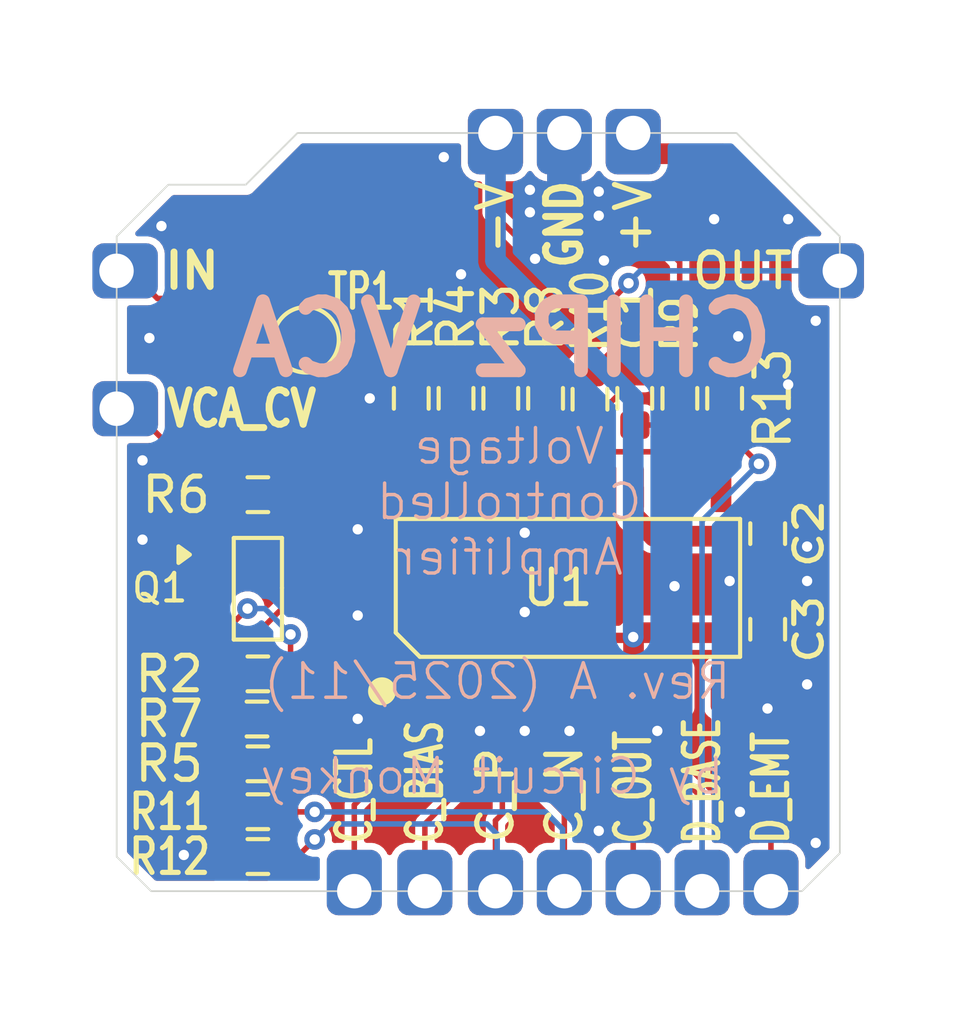
<source format=kicad_pcb>
(kicad_pcb (version 20241229) (generator "pcbnew") (generator_version "9.0")
  (title_block (title "Synth CHIPz - VCA") (date "2025-11-26") (rev "A") (company "by Circuit Monkey") (comment 1 "Some portions based upon a Moog design."))
  (layers (0 "F.Cu" signal) (2 "B.Cu" signal) (13 "F.Paste" user) (15 "B.Paste" user) (5 "F.SilkS" user "F.Silkscreen") (7 "B.SilkS" user "B.Silkscreen") (1 "F.Mask" user) (3 "B.Mask" user) (25 "Edge.Cuts" user))
  (net 0 "")
  (net 1 "Net-(C1-Pad1)")
  (net 2 "Net-(C1-Pad2)")
  (net 3 "+15V")
  (net 4 "GND")
  (net 5 "-15V")
  (net 6 "/INPUT")
  (net 7 "/VCA_CV")
  (net 8 "/AUDIO_OUT")
  (net 9 "Net-(U1C--)")
  (net 10 "Net-(U1C-DIODE_BIAS)")
  (net 11 "Net-(U1C-+)")
  (net 12 "Net-(CST7-Pad1)")
  (net 13 "Net-(CST8-Pad1)")
  (net 14 "Net-(CST9-Pad1)")
  (net 15 "Net-(CST10-Pad1)")
  (net 16 "Net-(Q1-E)")
  (net 17 "Net-(Q1-C)")
  (net 18 "Net-(U1A-+)")
  (net 19 "Net-(U1A--)")
  (net 20 "Net-(R6-Pad2)")
  (net 21 "Net-(R8-Pad2)")
  (net 22 "Net-(U1A-DIODE_BIAS)")
  (footprint "CM_Resistor_Capacitor:R_0603_1608Metric" (layer "F.Cu") (at 150.45 96.7 -90)
    (property "Reference" "R8" (at -1.275 0 90) (layer "F.SilkS") (effects (justify left)))
    (property "Value" "4.99K")
    (fp_line (start -0.3 0.5) (end 0.3 0.5) (stroke (width 0.12)) (layer "F.SilkS"))
    (fp_line (start -0.3 -0.51) (end 0.3 -0.51) (stroke (width 0.12)) (layer "F.SilkS"))
    (pad "1" smd roundrect (at -0.775 0 270) (size 0.8 0.85) (layers "F.Cu" "F.Mask" "F.Paste") (roundrect_rratio 0.2) (net 4 "GND"))
    (pad "2" smd roundrect (at 0.775 0 270) (size 0.8 0.85) (layers "F.Cu" "F.Mask" "F.Paste") (roundrect_rratio 0.2) (net 21 "Net-(R8-Pad2)"))
  )
  (footprint "CM_Connector_Castelated:cast-2.0-01P" (layer "F.Cu") (at 151 111 -90)
    (property "Reference" "CST4" (hide yes))
    (property "Value" "C_N" (at -1.3 0 90) (layer "F.SilkS") (effects (justify left)))
    (pad "1" thru_hole roundrect (at 0 0 270) (size 1.9 1.6) (drill 1 (offset -0.25 0)) (layers "*.Cu" "*.Mask") (roundrect_rratio 0.2083333333) (net 9 "Net-(U1C--)"))
  )
  (footprint "CM_Resistor_Capacitor:C_0603_1608Metric" (layer "F.Cu") (at 153.05 96.7 90)
    (property "Reference" "C1" (at 1.275 0 90) (layer "F.SilkS") (effects (justify left)))
    (property "Value" "2.2uF/25V")
    (fp_line (start -0.3 -0.51) (end 0.3 -0.51) (stroke (width 0.12)) (layer "F.SilkS"))
    (fp_line (start -0.3 0.5) (end 0.3 0.5) (stroke (width 0.12)) (layer "F.SilkS"))
    (pad "1" smd roundrect (at -0.775 0 90) (size 0.8 0.85) (layers "F.Cu" "F.Mask" "F.Paste") (roundrect_rratio 0.2) (net 1 "Net-(C1-Pad1)"))
    (pad "2" smd roundrect (at 0.775 0 90) (size 0.8 0.85) (layers "F.Cu" "F.Mask" "F.Paste") (roundrect_rratio 0.2) (net 2 "Net-(C1-Pad2)"))
  )
  (footprint "CM_Connector_Castelated:cast-2.0-01P" (layer "F.Cu") (at 149 89 90)
    (property "Reference" "CST13" (hide yes))
    (property "Value" "-V" (at -1.3 0 90) (layer "F.SilkS") (effects (justify right)))
    (pad "1" thru_hole roundrect (at 0 0 90) (size 1.9 1.6) (drill 1 (offset -0.25 0)) (layers "*.Cu" "*.Mask") (roundrect_rratio 0.2083333333) (net 5 "-15V"))
  )
  (footprint "CM_Chip_Packages:SO-16_3.9x9.9mm_P1.27mm" (layer "F.Cu") (at 151.105 102.2 90)
    (property "Reference" "U1" (at 0 -0.29 180) (layer "F.SilkS"))
    (property "Value" "LM13700")
    (fp_line (start 2 -5) (end 2 5) (stroke (width 0.12)) (layer "F.SilkS"))
    (fp_line (start -1.3 -5) (end 2 -5) (stroke (width 0.12)) (layer "F.SilkS"))
    (fp_line (start -1.3 -5) (end -2 -4.3) (stroke (width 0.12)) (layer "F.SilkS"))
    (fp_line (start 2 5) (end -2 5) (stroke (width 0.12)) (layer "F.SilkS"))
    (fp_line (start -2 5) (end -2 -4.3) (stroke (width 0.12)) (layer "F.SilkS"))
    (fp_circle (center -3 -5.4) (end -3 -5) (stroke (width 0.01)) (fill yes) (layer "F.SilkS"))
    (pad "1" smd roundrect (at -2.9 -4.445 90) (size 1.4 0.6) (layers "F.Cu" "F.Mask" "F.Paste") (net 13 "Net-(CST8-Pad1)"))
    (pad "2" smd roundrect (at -2.9 -3.175 90) (size 1.4 0.6) (layers "F.Cu" "F.Mask" "F.Paste") (net 10 "Net-(U1C-DIODE_BIAS)"))
    (pad "3" smd roundrect (at -2.9 -1.905 90) (size 1.4 0.6) (layers "F.Cu" "F.Mask" "F.Paste") (net 11 "Net-(U1C-+)"))
    (pad "4" smd roundrect (at -2.9 -0.635 90) (size 1.4 0.6) (layers "F.Cu" "F.Mask" "F.Paste") (net 9 "Net-(U1C--)"))
    (pad "5" smd roundrect (at -2.9 0.635 90) (size 1.4 0.6) (layers "F.Cu" "F.Mask" "F.Paste") (net 12 "Net-(CST7-Pad1)"))
    (pad "6" smd roundrect (at -2.9 1.905 90) (size 1.4 0.6) (layers "F.Cu" "F.Mask" "F.Paste") (net 5 "-15V"))
    (pad "7" smd roundrect (at -2.9 3.175 90) (size 1.4 0.6) (layers "F.Cu" "F.Mask" "F.Paste") (net 14 "Net-(CST9-Pad1)"))
    (pad "8" smd roundrect (at -2.9 4.445 90) (size 1.4 0.6) (layers "F.Cu" "F.Mask" "F.Paste") (net 15 "Net-(CST10-Pad1)"))
    (pad "9" smd roundrect (at 2.9 4.445 90) (size 1.4 0.6) (layers "F.Cu" "F.Mask" "F.Paste") (net 1 "Net-(C1-Pad1)"))
    (pad "10" smd roundrect (at 2.9 3.175 90) (size 1.4 0.6) (layers "F.Cu" "F.Mask" "F.Paste") (net 21 "Net-(R8-Pad2)"))
    (pad "11" smd roundrect (at 2.9 1.905 90) (size 1.4 0.6) (layers "F.Cu" "F.Mask" "F.Paste") (net 3 "+15V"))
    (pad "12" smd roundrect (at 2.9 0.635 90) (size 1.4 0.6) (layers "F.Cu" "F.Mask" "F.Paste") (net 21 "Net-(R8-Pad2)"))
    (pad "13" smd roundrect (at 2.9 -0.635 90) (size 1.4 0.6) (layers "F.Cu" "F.Mask" "F.Paste") (net 19 "Net-(U1A--)"))
    (pad "14" smd roundrect (at 2.9 -1.905 90) (size 1.4 0.6) (layers "F.Cu" "F.Mask" "F.Paste") (net 18 "Net-(U1A-+)"))
    (pad "15" smd roundrect (at 2.9 -3.175 90) (size 1.4 0.6) (layers "F.Cu" "F.Mask" "F.Paste") (net 22 "Net-(U1A-DIODE_BIAS)"))
    (pad "16" smd roundrect (at 2.9 -4.445 90) (size 1.4 0.6) (layers "F.Cu" "F.Mask" "F.Paste") (net 20 "Net-(R6-Pad2)"))
  )
  (footprint "CM_Resistor_Capacitor:R_0603_1608Metric" (layer "F.Cu") (at 155.65 96.7 -90)
    (property "Reference" "R13" (at 0 -1.4 90) (layer "F.SilkS"))
    (property "Value" "1K")
    (fp_line (start -0.3 0.5) (end 0.3 0.5) (stroke (width 0.12)) (layer "F.SilkS"))
    (fp_line (start -0.3 -0.51) (end 0.3 -0.51) (stroke (width 0.12)) (layer "F.SilkS"))
    (pad "1" smd roundrect (at -0.775 0 270) (size 0.8 0.85) (layers "F.Cu" "F.Mask" "F.Paste") (roundrect_rratio 0.2) (net 4 "GND"))
    (pad "2" smd roundrect (at 0.775 0 270) (size 0.8 0.85) (layers "F.Cu" "F.Mask" "F.Paste") (roundrect_rratio 0.2) (net 14 "Net-(CST9-Pad1)"))
  )
  (footprint "CM_Resistor_Capacitor:R_0603_1608Metric" (layer "F.Cu") (at 146.55 96.7 -90)
    (property "Reference" "R1" (at -1.275 -0.1 90) (layer "F.SilkS") (effects (justify left)))
    (property "Value" "33.2K")
    (fp_line (start -0.3 0.5) (end 0.3 0.5) (stroke (width 0.12)) (layer "F.SilkS"))
    (fp_line (start -0.3 -0.51) (end 0.3 -0.51) (stroke (width 0.12)) (layer "F.SilkS"))
    (pad "1" smd roundrect (at -0.775 0 270) (size 0.8 0.85) (layers "F.Cu" "F.Mask" "F.Paste") (roundrect_rratio 0.2) (net 6 "/INPUT"))
    (pad "2" smd roundrect (at 0.775 0 270) (size 0.8 0.85) (layers "F.Cu" "F.Mask" "F.Paste") (roundrect_rratio 0.2) (net 18 "Net-(U1A-+)"))
  )
  (footprint "CM_Resistor_Capacitor:R_0603_1608Metric" (layer "F.Cu") (at 147.85 96.7 -90)
    (property "Reference" "R4" (at -1.275 0 90) (layer "F.SilkS") (effects (justify left)))
    (property "Value" "10.0K")
    (fp_line (start -0.3 0.5) (end 0.3 0.5) (stroke (width 0.12)) (layer "F.SilkS"))
    (fp_line (start -0.3 -0.51) (end 0.3 -0.51) (stroke (width 0.12)) (layer "F.SilkS"))
    (pad "1" smd roundrect (at -0.775 0 270) (size 0.8 0.85) (layers "F.Cu" "F.Mask" "F.Paste") (roundrect_rratio 0.2) (net 4 "GND"))
    (pad "2" smd roundrect (at 0.775 0 270) (size 0.8 0.85) (layers "F.Cu" "F.Mask" "F.Paste") (roundrect_rratio 0.2) (net 18 "Net-(U1A-+)"))
  )
  (footprint "CM_Connector_Castelated:cast-2.0-01P" (layer "F.Cu") (at 153 111 -90)
    (property "Reference" "CST7" (hide yes))
    (property "Value" "C_OUT" (at -1.3 0 90) (layer "F.SilkS") (effects (font (size 1 0.7)) (justify left)))
    (pad "1" thru_hole roundrect (at 0 0 270) (size 1.9 1.6) (drill 1 (offset -0.25 0)) (layers "*.Cu" "*.Mask") (roundrect_rratio 0.2083333333) (net 12 "Net-(CST7-Pad1)"))
  )
  (footprint "CM_Connector_Castelated:cast-2.0-01P" (layer "F.Cu") (at 137.995 93 180)
    (property "Reference" "CST1" (hide yes))
    (property "Value" "IN" (at -1.3 0 0) (layer "F.SilkS") (effects (font (thickness 0.2) (bold yes)) (justify left)))
    (pad "1" thru_hole roundrect (at 0 0 180) (size 1.9 1.6) (drill 1 (offset -0.25 0)) (layers "*.Cu" "*.Mask") (roundrect_rratio 0.2083333333) (net 6 "/INPUT"))
  )
  (footprint "CM_Connector_Castelated:cast-2.0-01P" (layer "F.Cu") (at 138 97 180)
    (property "Reference" "CST2" (hide yes))
    (property "Value" "VCA_CV" (at -1.36 0 180) (layer "F.SilkS") (effects (font (size 1 0.8) (thickness 0.2) (bold yes)) (justify left)))
    (pad "1" thru_hole roundrect (at 0 0 180) (size 1.9 1.6) (drill 1 (offset -0.25 0)) (layers "*.Cu" "*.Mask") (roundrect_rratio 0.2083333333) (net 7 "/VCA_CV"))
  )
  (footprint "CM_Resistor_Capacitor:R_0603_1608Metric" (layer "F.Cu") (at 142.1 104.7)
    (property "Reference" "R2" (at -1.5 0 0) (layer "F.SilkS") (effects (justify right)))
    (property "Value" "10.0K")
    (fp_line (start -0.3 -0.51) (end 0.3 -0.51) (stroke (width 0.12)) (layer "F.SilkS"))
    (fp_line (start -0.3 0.5) (end 0.3 0.5) (stroke (width 0.12)) (layer "F.SilkS"))
    (pad "1" smd roundrect (at -0.775 0) (size 0.8 0.85) (layers "F.Cu" "F.Mask" "F.Paste") (roundrect_rratio 0.2) (net 7 "/VCA_CV"))
    (pad "2" smd roundrect (at 0.775 0) (size 0.8 0.85) (layers "F.Cu" "F.Mask" "F.Paste") (roundrect_rratio 0.2) (net 16 "Net-(Q1-E)"))
  )
  (footprint "CM_Connector_Castelated:cast-2.0-01P" (layer "F.Cu") (at 149 111 -90)
    (property "Reference" "CST6" (hide yes))
    (property "Value" "C_P" (at -1.3 0 90) (layer "F.SilkS") (effects (justify left)))
    (pad "1" thru_hole roundrect (at 0 0 270) (size 1.9 1.6) (drill 1 (offset -0.25 0)) (layers "*.Cu" "*.Mask") (roundrect_rratio 0.2083333333) (net 11 "Net-(U1C-+)"))
  )
  (footprint "CM_Connector_Castelated:cast-2.0-01P" (layer "F.Cu") (at 146.95 111 -90)
    (property "Reference" "CST5" (hide yes))
    (property "Value" "C_BIAS" (at -1.3 0 90) (layer "F.SilkS") (effects (font (size 1 0.7)) (justify left)))
    (pad "1" thru_hole roundrect (at 0 0 270) (size 1.9 1.6) (drill 1 (offset -0.25 0)) (layers "*.Cu" "*.Mask") (roundrect_rratio 0.2083333333) (net 10 "Net-(U1C-DIODE_BIAS)"))
  )
  (footprint "TestPoint:TestPoint_Pad_D1.5mm" (layer "F.Cu") (at 143.5 95)
    (property "Reference" "TP1" (at 1.6 -1.4 0) (layer "F.SilkS") (effects (font (size 1 0.7))))
    (property "Value" "Test Point")
    (fp_circle (center 0 0) (end 0 0.95) (stroke (width 0.12)) (fill no) (layer "F.SilkS"))
    (pad "1" smd circle (at 0 0) (size 1.5 1.5) (layers "F.Cu" "F.Mask") (net 22 "Net-(U1A-DIODE_BIAS)"))
  )
  (footprint "CM_Connector_Castelated:cast-2.0-01P" (layer "F.Cu") (at 159 93)
    (property "Reference" "CST3" (hide yes))
    (property "Value" "OUT" (at -1.3 0 0) (layer "F.SilkS") (effects (font (thickness 0.16) (bold yes)) (justify right)))
    (pad "1" thru_hole roundrect (at 0 0) (size 1.9 1.6) (drill 1 (offset -0.25 0)) (layers "*.Cu" "*.Mask") (roundrect_rratio 0.2083333333) (net 8 "/AUDIO_OUT"))
  )
  (footprint "CM_Connector_Castelated:cast-2.0-01P" (layer "F.Cu") (at 155 111 -90)
    (property "Reference" "CST9" (hide yes))
    (property "Value" "D_BASE" (at -1.3 0 90) (layer "F.SilkS") (effects (font (size 1 0.66)) (justify left)))
    (pad "1" thru_hole roundrect (at 0 0 270) (size 1.9 1.6) (drill 1 (offset -0.25 0)) (layers "*.Cu" "*.Mask") (roundrect_rratio 0.2083333333) (net 14 "Net-(CST9-Pad1)"))
  )
  (footprint "CM_Connector_Castelated:cast-2.0-01P" (layer "F.Cu") (at 153 89 90)
    (property "Reference" "CST11" (hide yes))
    (property "Value" "+V" (at -1.3 0 90) (layer "F.SilkS") (effects (justify right)))
    (pad "1" thru_hole roundrect (at 0 0 90) (size 1.9 1.6) (drill 1 (offset -0.25 0)) (layers "*.Cu" "*.Mask") (roundrect_rratio 0.2083333333) (net 3 "+15V"))
  )
  (footprint "CM_Connector_Castelated:cast-2.0-01P" (layer "F.Cu") (at 157 111 -90)
    (property "Reference" "CST10" (hide yes))
    (property "Value" "D_EMT" (at -1.3 0 90) (layer "F.SilkS") (effects (font (size 1 0.7)) (justify left)))
    (pad "1" thru_hole roundrect (at 0 0 270) (size 1.9 1.6) (drill 1 (offset -0.25 0)) (layers "*.Cu" "*.Mask") (roundrect_rratio 0.2083333333) (net 15 "Net-(CST10-Pad1)"))
  )
  (footprint "CM_Resistor_Capacitor:R_0603_1608Metric" (layer "F.Cu") (at 142.1 99.5)
    (property "Reference" "R6" (at -1.3 0 0) (layer "F.SilkS") (effects (justify right)))
    (property "Value" "10.0K")
    (fp_line (start -0.3 -0.51) (end 0.3 -0.51) (stroke (width 0.12)) (layer "F.SilkS"))
    (fp_line (start -0.3 0.5) (end 0.3 0.5) (stroke (width 0.12)) (layer "F.SilkS"))
    (pad "1" smd roundrect (at -0.775 0) (size 0.8 0.85) (layers "F.Cu" "F.Mask" "F.Paste") (roundrect_rratio 0.2) (net 17 "Net-(Q1-C)"))
    (pad "2" smd roundrect (at 0.775 0) (size 0.8 0.85) (layers "F.Cu" "F.Mask" "F.Paste") (roundrect_rratio 0.2) (net 20 "Net-(R6-Pad2)"))
  )
  (footprint "CM_Resistor_Capacitor:R_0603_1608Metric" (layer "F.Cu") (at 142.1 110)
    (property "Reference" "R12" (at -1.3 0 0) (layer "F.SilkS") (effects (font (size 1 0.8)) (justify right)))
    (property "Value" "1K")
    (fp_line (start -0.3 -0.51) (end 0.3 -0.51) (stroke (width 0.12)) (layer "F.SilkS"))
    (fp_line (start -0.3 0.5) (end 0.3 0.5) (stroke (width 0.12)) (layer "F.SilkS"))
    (pad "1" smd roundrect (at -0.775 0) (size 0.8 0.85) (layers "F.Cu" "F.Mask" "F.Paste") (roundrect_rratio 0.2) (net 4 "GND"))
    (pad "2" smd roundrect (at 0.775 0) (size 0.8 0.85) (layers "F.Cu" "F.Mask" "F.Paste") (roundrect_rratio 0.2) (net 11 "Net-(U1C-+)"))
  )
  (footprint "CM_Resistor_Capacitor:R_0603_1608Metric" (layer "F.Cu") (at 151.75 96.725 90)
    (property "Reference" "R10" (at 1.3 0 90) (layer "F.SilkS") (effects (font (size 1 0.8)) (justify left)))
    (property "Value" "475R")
    (fp_line (start -0.3 -0.51) (end 0.3 -0.51) (stroke (width 0.12)) (layer "F.SilkS"))
    (fp_line (start -0.3 0.5) (end 0.3 0.5) (stroke (width 0.12)) (layer "F.SilkS"))
    (pad "1" smd roundrect (at -0.775 0 90) (size 0.8 0.85) (layers "F.Cu" "F.Mask" "F.Paste") (roundrect_rratio 0.2) (net 2 "Net-(C1-Pad2)"))
    (pad "2" smd roundrect (at 0.775 0 90) (size 0.8 0.85) (layers "F.Cu" "F.Mask" "F.Paste") (roundrect_rratio 0.2) (net 8 "/AUDIO_OUT"))
  )
  (footprint "CM_Resistor_Capacitor:C_0603_1608Metric" (layer "F.Cu") (at 156.9 100.625 -90)
    (property "Reference" "C2" (at 0 -1.2 90) (layer "F.SilkS") (effects (font (size 0.8 1))))
    (property "Value" "1uF/25V")
    (fp_line (start -0.3 0.5) (end 0.3 0.5) (stroke (width 0.12)) (layer "F.SilkS"))
    (fp_line (start -0.3 -0.51) (end 0.3 -0.51) (stroke (width 0.12)) (layer "F.SilkS"))
    (pad "1" smd roundrect (at -0.775 0 270) (size 0.8 0.85) (layers "F.Cu" "F.Mask" "F.Paste") (roundrect_rratio 0.2) (net 3 "+15V"))
    (pad "2" smd roundrect (at 0.775 0 270) (size 0.8 0.85) (layers "F.Cu" "F.Mask" "F.Paste") (roundrect_rratio 0.2) (net 4 "GND"))
  )
  (footprint "CM_Resistor_Capacitor:R_0603_1608Metric" (layer "F.Cu") (at 142.1 107.3 180)
    (property "Reference" "R5" (at 1.5 0 0) (layer "F.SilkS") (effects (justify right)))
    (property "Value" "499K")
    (fp_line (start -0.3 0.5) (end 0.3 0.5) (stroke (width 0.12)) (layer "F.SilkS"))
    (fp_line (start -0.3 -0.51) (end 0.3 -0.51) (stroke (width 0.12)) (layer "F.SilkS"))
    (pad "1" smd roundrect (at -0.775 0 180) (size 0.8 0.85) (layers "F.Cu" "F.Mask" "F.Paste") (roundrect_rratio 0.2) (net 5 "-15V"))
    (pad "2" smd roundrect (at 0.775 0 180) (size 0.8 0.85) (layers "F.Cu" "F.Mask" "F.Paste") (roundrect_rratio 0.2) (net 16 "Net-(Q1-E)"))
  )
  (footprint "CM_Resistor_Capacitor:R_0603_1608Metric" (layer "F.Cu") (at 142.075 106 180)
    (property "Reference" "R7" (at 1.475 0 0) (layer "F.SilkS") (effects (justify right)))
    (property "Value" "4.75M")
    (fp_line (start -0.3 0.5) (end 0.3 0.5) (stroke (width 0.12)) (layer "F.SilkS"))
    (fp_line (start -0.3 -0.51) (end 0.3 -0.51) (stroke (width 0.12)) (layer "F.SilkS"))
    (pad "1" smd roundrect (at -0.775 0 180) (size 0.8 0.85) (layers "F.Cu" "F.Mask" "F.Paste") (roundrect_rratio 0.2) (net 5 "-15V"))
    (pad "2" smd roundrect (at 0.775 0 180) (size 0.8 0.85) (layers "F.Cu" "F.Mask" "F.Paste") (roundrect_rratio 0.2) (net 17 "Net-(Q1-C)"))
  )
  (footprint "CM_Chip_Packages:SOT-23" (layer "F.Cu") (at 142.1 102.2)
    (property "Reference" "Q1" (at -2.85 0 180) (layer "F.SilkS") (effects (font (size 0.8 0.8) (thickness 0.12))))
    (property "Value" "BC856")
    (fp_line (start -0.7 -1.45) (end 0.7 -1.45) (stroke (width 0.12)) (layer "F.SilkS"))
    (fp_line (start -0.7 1.5) (end -0.7 -1.45) (stroke (width 0.12)) (layer "F.SilkS"))
    (fp_line (start 0.7 -1.45) (end 0.7 0) (stroke (width 0.12)) (layer "F.SilkS"))
    (fp_line (start 0.7 0) (end 0.7 1.5) (stroke (width 0.12)) (layer "F.SilkS"))
    (fp_line (start 0.7 1.5) (end -0.7 1.5) (stroke (width 0.12)) (layer "F.SilkS"))
    (fp_poly (pts (xy -1.975 -0.965) (xy -2.305 -0.725) (xy -2.305 -1.205)) (stroke (width 0.12)) (fill yes) (layer "F.SilkS"))
    (pad "1" smd roundrect (at -1.3 -0.95) (size 0.9 0.6) (layers "F.Cu" "F.Mask" "F.Paste") (net 4 "GND"))
    (pad "2" smd roundrect (at -1.3 0.95) (size 0.9 0.6) (layers "F.Cu" "F.Mask" "F.Paste") (net 16 "Net-(Q1-E)"))
    (pad "3" smd roundrect (at 1.3 0) (size 0.9 0.6) (layers "F.Cu" "F.Mask" "F.Paste") (net 17 "Net-(Q1-C)"))
  )
  (footprint "CM_Resistor_Capacitor:R_0603_1608Metric" (layer "F.Cu") (at 154.35 96.7 -90)
    (property "Reference" "R9" (at -1.275 0 90) (layer "F.SilkS") (effects (font (size 1 0.8)) (justify left)))
    (property "Value" "12.1K")
    (fp_line (start -0.3 0.5) (end 0.3 0.5) (stroke (width 0.12)) (layer "F.SilkS"))
    (fp_line (start -0.3 -0.51) (end 0.3 -0.51) (stroke (width 0.12)) (layer "F.SilkS"))
    (pad "1" smd roundrect (at -0.775 0 270) (size 0.8 0.85) (layers "F.Cu" "F.Mask" "F.Paste") (roundrect_rratio 0.2) (net 5 "-15V"))
    (pad "2" smd roundrect (at 0.775 0 270) (size 0.8 0.85) (layers "F.Cu" "F.Mask" "F.Paste") (roundrect_rratio 0.2) (net 1 "Net-(C1-Pad1)"))
  )
  (footprint "CM_Connector_Castelated:cast-2.0-01P" (layer "F.Cu") (at 144.9 111 -90)
    (property "Reference" "CST8" (hide yes))
    (property "Value" "C_CTL" (at -1.3 0 90) (layer "F.SilkS") (effects (font (size 1 0.7)) (justify left)))
    (pad "1" thru_hole roundrect (at 0 0 270) (size 1.9 1.6) (drill 1 (offset -0.25 0)) (layers "*.Cu" "*.Mask") (roundrect_rratio 0.2083333333) (net 13 "Net-(CST8-Pad1)"))
  )
  (footprint "CM_Resistor_Capacitor:C_0603_1608Metric" (layer "F.Cu") (at 156.9 103.4 -90)
    (property "Reference" "C3" (at 0 -1.2 90) (layer "F.SilkS") (effects (font (size 0.8 1))))
    (property "Value" "1uF/25V")
    (fp_line (start -0.3 0.5) (end 0.3 0.5) (stroke (width 0.12)) (layer "F.SilkS"))
    (fp_line (start -0.3 -0.51) (end 0.3 -0.51) (stroke (width 0.12)) (layer "F.SilkS"))
    (pad "1" smd roundrect (at -0.775 0 270) (size 0.8 0.85) (layers "F.Cu" "F.Mask" "F.Paste") (roundrect_rratio 0.2) (net 4 "GND"))
    (pad "2" smd roundrect (at 0.775 0 270) (size 0.8 0.85) (layers "F.Cu" "F.Mask" "F.Paste") (roundrect_rratio 0.2) (net 5 "-15V"))
  )
  (footprint "CM_Resistor_Capacitor:R_0603_1608Metric" (layer "F.Cu") (at 149.15 96.7 -90)
    (property "Reference" "R3" (at -1.275 0 90) (layer "F.SilkS") (effects (justify left)))
    (property "Value" "681R")
    (fp_line (start -0.3 0.5) (end 0.3 0.5) (stroke (width 0.12)) (layer "F.SilkS"))
    (fp_line (start -0.3 -0.51) (end 0.3 -0.51) (stroke (width 0.12)) (layer "F.SilkS"))
    (pad "1" smd roundrect (at -0.775 0 270) (size 0.8 0.85) (layers "F.Cu" "F.Mask" "F.Paste") (roundrect_rratio 0.2) (net 4 "GND"))
    (pad "2" smd roundrect (at 0.775 0 270) (size 0.8 0.85) (layers "F.Cu" "F.Mask" "F.Paste") (roundrect_rratio 0.2) (net 19 "Net-(U1A--)"))
  )
  (footprint "CM_Connector_Castelated:cast-2.0-01P" (layer "F.Cu") (at 151 89 90)
    (property "Reference" "CST12" (hide yes))
    (property "Value" "GND" (at -1.3 0 90) (layer "F.SilkS") (effects (font (size 1 0.8) (thickness 0.22)) (justify right)))
    (pad "1" thru_hole roundrect (at 0 0 90) (size 1.9 1.6) (drill 1 (offset -0.25 0)) (layers "*.Cu" "*.Mask") (roundrect_rratio 0.2083333333) (net 4 "GND") (thermal_bridge_width 1))
  )
  (footprint "CM_Resistor_Capacitor:R_0603_1608Metric" (layer "F.Cu") (at 142.1 108.7)
    (property "Reference" "R11" (at -1.3 0 0) (layer "F.SilkS") (effects (font (size 1 0.8)) (justify right)))
    (property "Value" "1K")
    (fp_line (start -0.3 -0.51) (end 0.3 -0.51) (stroke (width 0.12)) (layer "F.SilkS"))
    (fp_line (start -0.3 0.5) (end 0.3 0.5) (stroke (width 0.12)) (layer "F.SilkS"))
    (pad "1" smd roundrect (at -0.775 0) (size 0.8 0.85) (layers "F.Cu" "F.Mask" "F.Paste") (roundrect_rratio 0.2) (net 4 "GND"))
    (pad "2" smd roundrect (at 0.775 0) (size 0.8 0.85) (layers "F.Cu" "F.Mask" "F.Paste") (roundrect_rratio 0.2) (net 9 "Net-(U1C--)"))
  )
  (gr_poly (pts (xy 141.75 90.5) (xy 143.25 89) (xy 156 89) (xy 159 92) (xy 159 95) (xy 159 99) (xy 159 109.9) (xy 157.9 111) (xy 139 111) (xy 138 110) (xy 138 92) (xy 139.5 90.5)) (stroke (width 0.05)) (fill no) (layer "Edge.Cuts"))
  (gr_text "VCA" (at 145.4 90.7 0) (layer "F.Cu" knockout) (effects (font (size 1.5 1.5) (thickness 0.32) (bold yes))))
  (gr_text "by Circuit Monkey" (at 148.9 108.25 0) (layer "B.SilkS") (effects (font (size 1 1) (thickness 0.1)) (justify bottom mirror)))
  (gr_text "Voltage\nControlled\nAmplifier" (at 149.4 99.7 0) (layer "B.SilkS") (effects (font (size 1 1) (thickness 0.1)) (justify mirror)))
  (gr_text "CHIPz VCA" (at 149.2 96.15 0) (layer "B.SilkS") (effects (font (size 2 2) (thickness 0.4) (bold yes)) (justify bottom mirror)))
  (gr_text "Rev. A (2025/11)" (at 149.05 105.5 0) (layer "B.SilkS") (effects (font (size 1 1) (thickness 0.1)) (justify bottom mirror)))
  (segment (start 155.55 98.7) (end 155.55 99.3) (width 0.16) (layer "F.Cu") (net 1))
  (segment (start 153.05 97.475) (end 154.325 97.475) (width 0.16) (layer "F.Cu") (net 1))
  (segment (start 154.325 97.475) (end 155.55 98.7) (width 0.16) (layer "F.Cu") (net 1))
  (segment (start 151.766585 97.398737) (end 151.766585 97.500508) (width 0.16) (layer "F.Cu") (net 2))
  (segment (start 153.059069 96.106253) (end 151.766585 97.398737) (width 0.16) (layer "F.Cu") (net 2))
  (segment (start 153.059069 95.933244) (end 153.059069 96.106253) (width 0.16) (layer "F.Cu") (net 2))
  (segment (start 156.05 100.7) (end 153.6 100.7) (width 0.6) (layer "F.Cu") (net 3))
  (segment (start 157.95 98.8) (end 158.35 98.4) (width 0.6) (layer "F.Cu") (net 3))
  (segment (start 153.6 100.7) (end 153.01 100.11) (width 0.6) (layer "F.Cu") (net 3))
  (segment (start 158.35 95.775) (end 156.45 93.875) (width 0.6) (layer "F.Cu") (net 3))
  (segment (start 156.45 90.45) (end 155.601 89.601) (width 0.6) (layer "F.Cu") (net 3))
  (segment (start 156.45 93.875) (end 156.45 90.45) (width 0.6) (layer "F.Cu") (net 3))
  (segment (start 156.9 99.85) (end 156.05 100.7) (width 0.6) (layer "F.Cu") (net 3))
  (segment (start 155.601 89.601) (end 153 89.601) (width 0.6) (layer "F.Cu") (net 3))
  (segment (start 153.01 100.11) (end 153.01 99.3) (width 0.6) (layer "F.Cu") (net 3))
  (segment (start 156.9 99.85) (end 157.95 98.8) (width 0.6) (layer "F.Cu") (net 3))
  (segment (start 158.35 98.4) (end 158.35 95.775) (width 0.6) (layer "F.Cu") (net 3))
  (via (at 157.5 96.3) (size 0.6) (drill 0.3) (layers "F.Cu" "B.Cu") (net 4))
  (via (at 148.55 106.35) (size 0.6) (drill 0.3) (layers "F.Cu" "B.Cu") (net 4))
  (via (at 152 90.7) (size 0.6) (drill 0.3) (layers "F.Cu" "B.Cu") (net 4))
  (via (at 145 100.5) (size 0.6) (drill 0.3) (layers "F.Cu" "B.Cu") (net 4))
  (via (at 138.95 94.95) (size 0.6) (drill 0.3) (layers "F.Cu" "B.Cu") (net 4))
  (via (at 157.5 91.5) (size 0.6) (drill 0.3) (layers "F.Cu" "B.Cu") (net 4))
  (via (at 145 103) (size 0.6) (drill 0.3) (layers "F.Cu" "B.Cu") (net 4))
  (via (at 152 109.25) (size 0.6) (drill 0.3) (layers "F.Cu" "B.Cu") (net 4))
  (via (at 150 90.65) (size 0.6) (drill 0.3) (layers "F.Cu" "B.Cu") (net 4))
  (via (at 148 93.1) (size 0.6) (drill 0.3) (layers "F.Cu" "B.Cu") (net 4))
  (via (at 155.8 102) (size 0.6) (drill 0.3) (layers "F.Cu" "B.Cu") (net 4))
  (via (at 158.3 109.6) (size 0.6) (drill 0.3) (layers "F.Cu" "B.Cu") (net 4))
  (via (at 145 106) (size 0.6) (drill 0.3) (layers "F.Cu" "B.Cu") (net 4))
  (via (at 138.75 100.8) (size 0.6) (drill 0.3) (layers "F.Cu" "B.Cu") (net 4))
  (via (at 156.05 94.9) (size 0.6) (drill 0.3) (layers "F.Cu" "B.Cu") (net 4))
  (via (at 147.5 89.7) (size 0.6) (drill 0.3) (layers "F.Cu" "B.Cu") (net 4))
  (via (at 158.05 102) (size 0.6) (drill 0.3) (layers "F.Cu" "B.Cu") (net 4))
  (via (at 154.2 102.15) (size 0.6) (drill 0.3) (layers "F.Cu" "B.Cu") (net 4))
  (via (at 152 91.4) (size 0.6) (drill 0.3) (layers "F.Cu" "B.Cu") (net 4))
  (via (at 149.85 100.6) (size 0.6) (drill 0.3) (layers "F.Cu" "B.Cu") (net 4))
  (via (at 158.3 94.45) (size 0.6) (drill 0.3) (layers "F.Cu" "B.Cu") (net 4))
  (via (at 156.9 105.7) (size 0.6) (drill 0.3) (layers "F.Cu" "B.Cu") (net 4))
  (via (at 158.05 101) (size 0.6) (drill 0.3) (layers "F.Cu" "B.Cu") (net 4))
  (via (at 149.85 102.9) (size 0.6) (drill 0.3) (layers "F.Cu" "B.Cu") (net 4))
  (via (at 139.95 109.95) (size 0.6) (drill 0.3) (layers "F.Cu" "B.Cu") (net 4))
  (via (at 152.15 92.7) (size 0.6) (drill 0.3) (layers "F.Cu" "B.Cu") (net 4))
  (via (at 138.75 98.5) (size 0.6) (drill 0.3) (layers "F.Cu" "B.Cu") (net 4))
  (via (at 155.35 91.5) (size 0.6) (drill 0.3) (layers "F.Cu" "B.Cu") (net 4))
  (via (at 150.15 92.65) (size 0.6) (drill 0.3) (layers "F.Cu" "B.Cu") (net 4))
  (via (at 150 91.3) (size 0.6) (drill 0.3) (layers "F.Cu" "B.Cu") (net 4))
  (via (at 156.1 108.7) (size 0.6) (drill 0.3) (layers "F.Cu" "B.Cu") (net 4))
  (via (at 139.3 91.7) (size 0.6) (drill 0.3) (layers "F.Cu" "B.Cu") (net 4))
  (via (at 158.05 105) (size 0.6) (drill 0.3) (layers "F.Cu" "B.Cu") (net 4))
  (via (at 149.85 106.35) (size 0.6) (drill 0.3) (layers "F.Cu" "B.Cu") (net 4))
  (via (at 145.35 96.7) (size 0.6) (drill 0.3) (layers "F.Cu" "B.Cu") (net 4))
  (via (at 153.7 106.35) (size 0.6) (drill 0.3) (layers "F.Cu" "B.Cu") (net 4))
  (via (at 151.15 106.35) (size 0.6) (drill 0.3) (layers "F.Cu" "B.Cu") (net 4))
  (segment (start 156.225 103.5) (end 153.125 103.5) (width 0.6) (layer "F.Cu") (net 5))
  (segment (start 145.9 103.65) (end 143.55 106) (width 0.3) (layer "F.Cu") (net 5))
  (segment (start 153.01 103.635) (end 153 103.625) (width 0.6) (layer "F.Cu") (net 5))
  (segment (start 154.35 92.75) (end 153.7 92.1) (width 0.16) (layer "F.Cu") (net 5))
  (segment (start 153.7 92.1) (end 149.7 92.1) (width 0.16) (layer "F.Cu") (net 5))
  (segment (start 148.9 89.381) (end 149 89.381) (width 0.16) (layer "F.Cu") (net 5))
  (segment (start 142.875 107.3) (end 142.875 106.025) (width 0.3) (layer "F.Cu") (net 5))
  (segment (start 143.55 106) (end 142.85 106) (width 0.3) (layer "F.Cu") (net 5))
  (segment (start 142.875 106.025) (end 142.85 106) (width 0.6) (layer "F.Cu") (net 5))
  (segment (start 149.7 92.1) (end 148.9 91.3) (width 0.16) (layer "F.Cu") (net 5))
  (segment (start 153.125 103.5) (end 153 103.625) (width 0.6) (layer "F.Cu") (net 5))
  (segment (start 156.9 104.175) (end 156.225 103.5) (width 0.6) (layer "F.Cu") (net 5))
  (segment (start 153 103.625) (end 152.975 103.65) (width 0.3) (layer "F.Cu") (net 5))
  (segment (start 148.9 91.3) (end 148.9 89.381) (width 0.16) (layer "F.Cu") (net 5))
  (segment (start 153.01 105.1) (end 153.01 103.635) (width 0.6) (layer "F.Cu") (net 5))
  (segment (start 154.35 95.925) (end 154.35 92.75) (width 0.16) (layer "F.Cu") (net 5))
  (segment (start 152.975 103.65) (end 145.9 103.65) (width 0.3) (layer "F.Cu") (net 5))
  (via (at 153 103.625) (size 0.6) (drill 0.3) (layers "F.Cu" "B.Cu") (net 5))
  (segment (start 153 103.625) (end 153 96.7) (width 0.6) (layer "B.Cu") (net 5))
  (segment (start 151.65 95.35) (end 149 92.7) (width 0.6) (layer "B.Cu") (net 5))
  (segment (start 153 96.7) (end 151.65 95.35) (width 0.6) (layer "B.Cu") (net 5))
  (segment (start 149 92.7) (end 149 89.601) (width 0.6) (layer "B.Cu") (net 5))
  (segment (start 144.4 93.8) (end 139.181 93.8) (width 0.16) (layer "F.Cu") (net 6))
  (segment (start 139.181 93.8) (end 138.381 93) (width 0.16) (layer "F.Cu") (net 6))
  (segment (start 146.55 95.925) (end 146.525 95.925) (width 0.16) (layer "F.Cu") (net 6))
  (segment (start 146.525 95.925) (end 144.4 93.8) (width 0.16) (layer "F.Cu") (net 6))
  (segment (start 141.325 104.7) (end 140.15 104.7) (width 0.16) (layer "F.Cu") (net 7))
  (segment (start 139.5 98.05) (end 138.45 97) (width 0.16) (layer "F.Cu") (net 7))
  (segment (start 139.5 104.05) (end 139.5 98.05) (width 0.16) (layer "F.Cu") (net 7))
  (segment (start 140.15 104.7) (end 139.5 104.05) (width 0.16) (layer "F.Cu") (net 7))
  (segment (start 138.45 97) (end 138.381 97) (width 0.16) (layer "F.Cu") (net 7))
  (segment (start 152.4 95.3) (end 151.75 95.95) (width 0.16) (layer "F.Cu") (net 8))
  (segment (start 152.864905 93.358415) (end 152.4 93.82332) (width 0.16) (layer "F.Cu") (net 8))
  (segment (start 152.4 93.82332) (end 152.4 95.3) (width 0.16) (layer "F.Cu") (net 8))
  (via (at 152.864905 93.358415) (size 0.6) (drill 0.3) (layers "F.Cu" "B.Cu") (net 8))
  (segment (start 152.864905 93.335095) (end 153.2 93) (width 0.16) (layer "B.Cu") (net 8))
  (segment (start 153.2 93) (end 158.619 93) (width 0.16) (layer "B.Cu") (net 8))
  (segment (start 152.864905 93.358415) (end 152.864905 93.335095) (width 0.16) (layer "B.Cu") (net 8))
  (segment (start 151 108.75) (end 151 110.619) (width 0.16) (layer "F.Cu") (net 9))
  (segment (start 142.875 108.7) (end 143.75 108.7) (width 0.16) (layer "F.Cu") (net 9))
  (segment (start 150.47 105.1) (end 150.47 108.22) (width 0.16) (layer "F.Cu") (net 9))
  (segment (start 150.47 108.22) (end 151 108.75) (width 0.16) (layer "F.Cu") (net 9))
  (via (at 143.75 108.7) (size 0.6) (drill 0.3) (layers "F.Cu" "B.Cu") (net 9))
  (segment (start 150.95 110.619) (end 151 110.619) (width 0.16) (layer "B.Cu") (net 9))
  (segment (start 150.95 109.2) (end 150.95 110.619) (width 0.16) (layer "B.Cu") (net 9))
  (segment (start 143.75 108.7) (end 150.45 108.7) (width 0.16) (layer "B.Cu") (net 9))
  (segment (start 150.45 108.7) (end 150.95 109.2) (width 0.16) (layer "B.Cu") (net 9))
  (segment (start 147.93 105.1) (end 147.93 108.07) (width 0.16) (layer "F.Cu") (net 10))
  (segment (start 146.95 109.05) (end 146.95 110.619) (width 0.16) (layer "F.Cu") (net 10))
  (segment (start 147.93 108.07) (end 146.95 109.05) (width 0.16) (layer "F.Cu") (net 10))
  (segment (start 149.2 108.75) (end 149 108.95) (width 0.16) (layer "F.Cu") (net 11))
  (segment (start 143.25 110) (end 143.75 109.5) (width 0.16) (layer "F.Cu") (net 11))
  (segment (start 149.2 105.1) (end 149.2 108.75) (width 0.16) (layer "F.Cu") (net 11))
  (segment (start 142.875 110) (end 143.25 110) (width 0.16) (layer "F.Cu") (net 11))
  (segment (start 149 108.95) (end 149 110.619) (width 0.16) (layer "F.Cu") (net 11))
  (via (at 143.75 109.5) (size 0.6) (drill 0.3) (layers "F.Cu" "B.Cu") (net 11))
  (segment (start 149.05 110.619) (end 149 110.619) (width 0.16) (layer "B.Cu") (net 11))
  (segment (start 144.2 109.05) (end 148.75 109.05) (width 0.16) (layer "B.Cu") (net 11))
  (segment (start 143.75 109.5) (end 144.2 109.05) (width 0.16) (layer "B.Cu") (net 11))
  (segment (start 149.05 109.35) (end 149.05 110.619) (width 0.16) (layer "B.Cu") (net 11))
  (segment (start 148.75 109.05) (end 149.05 109.35) (width 0.16) (layer "B.Cu") (net 11))
  (segment (start 153 109) (end 153 110.619) (width 0.16) (layer "F.Cu") (net 12))
  (segment (start 151.74 107.74) (end 153 109) (width 0.16) (layer "F.Cu") (net 12))
  (segment (start 151.74 105.1) (end 151.74 107.74) (width 0.16) (layer "F.Cu") (net 12))
  (segment (start 144.9 108.5) (end 144.9 110.619) (width 0.16) (layer "F.Cu") (net 13))
  (segment (start 146.66 106.74) (end 144.9 108.5) (width 0.16) (layer "F.Cu") (net 13))
  (segment (start 146.66 105.1) (end 146.66 106.74) (width 0.16) (layer "F.Cu") (net 13))
  (segment (start 155.65 97.475) (end 155.65 97.6) (width 0.16) (layer "F.Cu") (net 14))
  (segment (start 155.65 97.6) (end 156.65 98.6) (width 0.16) (layer "F.Cu") (net 14))
  (segment (start 155 108.3) (end 155 110.619) (width 0.16) (layer "F.Cu") (net 14))
  (segment (start 154.28 107.58) (end 155 108.3) (width 0.16) (layer "F.Cu") (net 14))
  (segment (start 154.28 105.1) (end 154.28 107.58) (width 0.16) (layer "F.Cu") (net 14))
  (via (at 156.65 98.6) (size 0.6) (drill 0.3) (layers "F.Cu" "B.Cu") (net 14))
  (segment (start 155 100.25) (end 155 110.619) (width 0.16) (layer "B.Cu") (net 14))
  (segment (start 156.65 98.6) (end 155 100.25) (width 0.16) (layer "B.Cu") (net 14))
  (segment (start 157 108.2) (end 157 110.619) (width 0.16) (layer "F.Cu") (net 15))
  (segment (start 155.55 106.75) (end 157 108.2) (width 0.16) (layer "F.Cu") (net 15))
  (segment (start 155.55 105.1) (end 155.55 106.75) (width 0.16) (layer "F.Cu") (net 15))
  (segment (start 141.325 107.275) (end 142.1 106.5) (width 0.16) (layer "F.Cu") (net 16))
  (segment (start 141.45 103.15) (end 141.8 102.8) (width 0.16) (layer "F.Cu") (net 16))
  (segment (start 140.8 103.15) (end 141.45 103.15) (width 0.16) (layer "F.Cu") (net 16))
  (segment (start 142.1 105.475) (end 142.875 104.7) (width 0.16) (layer "F.Cu") (net 16))
  (segment (start 143.05 104.525) (end 142.875 104.7) (width 0.16) (layer "F.Cu") (net 16))
  (segment (start 142.1 106.5) (end 142.1 105.475) (width 0.16) (layer "F.Cu") (net 16))
  (segment (start 143.05 103.55) (end 143.05 104.525) (width 0.16) (layer "F.Cu") (net 16))
  (segment (start 141.325 107.3) (end 141.325 107.275) (width 0.16) (layer "F.Cu") (net 16))
  (via (at 141.8 102.8) (size 0.6) (drill 0.3) (layers "F.Cu" "B.Cu") (net 16))
  (via (at 143.05 103.55) (size 0.6) (drill 0.3) (layers "F.Cu" "B.Cu") (net 16))
  (segment (start 142.3 102.8) (end 143.05 103.55) (width 0.16) (layer "B.Cu") (net 16))
  (segment (start 141.8 102.8) (end 142.3 102.8) (width 0.16) (layer "B.Cu") (net 16))
  (segment (start 142.05 105.051534) (end 142.05 103.55) (width 0.16) (layer "F.Cu") (net 17))
  (segment (start 142.05 103.55) (end 143.4 102.2) (width 0.16) (layer "F.Cu") (net 17))
  (segment (start 141.325 99.5) (end 141.325 100.125) (width 0.16) (layer "F.Cu") (net 17))
  (segment (start 141.325 100.125) (end 143.4 102.2) (width 0.16) (layer "F.Cu") (net 17))
  (segment (start 141.3 105.801534) (end 142.05 105.051534) (width 0.16) (layer "F.Cu") (net 17))
  (segment (start 141.3 106) (end 141.3 105.801534) (width 0.16) (layer "F.Cu") (net 17))
  (segment (start 149.2 98.9) (end 149.2 99.3) (width 0.16) (layer "F.Cu") (net 18))
  (segment (start 146.55 97.475) (end 147.85 97.475) (width 0.16) (layer "F.Cu") (net 18))
  (segment (start 147.85 97.475) (end 148.6 98.3) (width 0.16) (layer "F.Cu") (net 18))
  (segment (start 148.6 98.3) (end 149.2 98.9) (width 0.16) (layer "F.Cu") (net 18))
  (segment (start 150.47 98.87) (end 149.9 98.3) (width 0.16) (layer "F.Cu") (net 19))
  (segment (start 150.47 99.3) (end 150.47 98.87) (width 0.16) (layer "F.Cu") (net 19))
  (segment (start 149.9 98.3) (end 149.9 98.225) (width 0.16) (layer "F.Cu") (net 19))
  (segment (start 149.9 98.225) (end 149.15 97.475) (width 0.16) (layer "F.Cu") (net 19))
  (segment (start 146.46 99.5) (end 146.66 99.3) (width 0.16) (layer "F.Cu") (net 20))
  (segment (start 142.875 99.5) (end 146.46 99.5) (width 0.16) (layer "F.Cu") (net 20))
  (segment (start 151.74 99.3) (end 151.74 98.79) (width 0.16) (layer "F.Cu") (net 21))
  (segment (start 151.74 98.91) (end 152.4 98.25) (width 0.16) (layer "F.Cu") (net 21))
  (segment (start 152.4 98.25) (end 153.65 98.25) (width 0.16) (layer "F.Cu") (net 21))
  (segment (start 151.74 99.3) (end 151.74 98.91) (width 0.16) (layer "F.Cu") (net 21))
  (segment (start 153.65 98.25) (end 154.28 98.88) (width 0.16) (layer "F.Cu") (net 21))
  (segment (start 151.74 98.79) (end 150.45 97.5) (width 0.16) (layer "F.Cu") (net 21))
  (segment (start 150.45 97.5) (end 150.45 97.475) (width 0.16) (layer "F.Cu") (net 21))
  (segment (start 154.28 98.88) (end 154.28 99.3) (width 0.16) (layer "F.Cu") (net 21))
  (segment (start 147.93 98.88) (end 147.2 98.15) (width 0.16) (layer "F.Cu") (net 22))
  (segment (start 147.2 98.15) (end 144.95 98.15) (width 0.16) (layer "F.Cu") (net 22))
  (segment (start 143.5 96.7) (end 143.5 95) (width 0.16) (layer "F.Cu") (net 22))
  (segment (start 144.95 98.15) (end 143.5 96.7) (width 0.16) (layer "F.Cu") (net 22))
  (segment (start 147.93 99.3) (end 147.93 98.88) (width 0.16) (layer "F.Cu") (net 22))
  (zone (net 4) (net_name "GND") (layers "F.Cu" "B.Cu") (connect_pads (clearance 0.2)) (min_thickness 0.16) (fill yes (thermal_gap 0.2) (thermal_bridge_width 0.3))
    (polygon (pts (xy 141.75 90.5) (xy 143.25 89) (xy 156 89) (xy 159 92) (xy 159 109.9) (xy 157.9 111) (xy 139 111) (xy 138 110) (xy 138 92) (xy 139.5 90.5)))
  )
)
</source>
